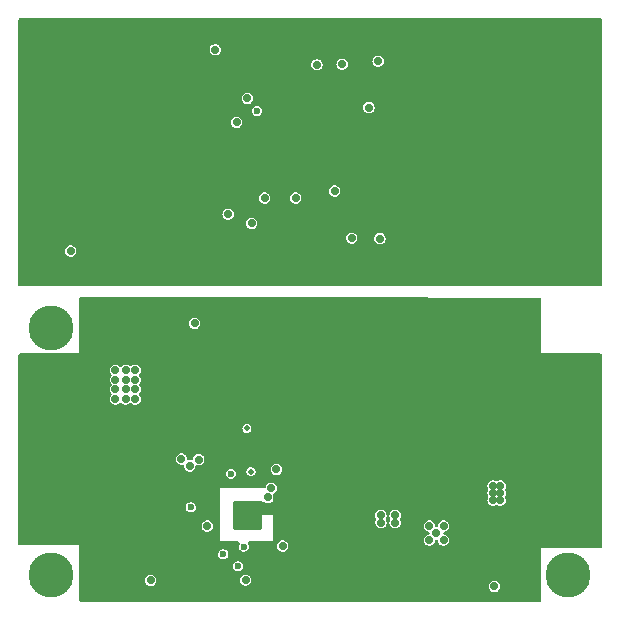
<source format=gbr>
%TF.GenerationSoftware,KiCad,Pcbnew,7.0.1*%
%TF.CreationDate,2024-01-20T12:23:47-08:00*%
%TF.ProjectId,CC1200 Dev Board,43433132-3030-4204-9465-7620426f6172,v1.0*%
%TF.SameCoordinates,PX450a6a0PY58363a0*%
%TF.FileFunction,Copper,L2,Inr*%
%TF.FilePolarity,Positive*%
%FSLAX46Y46*%
G04 Gerber Fmt 4.6, Leading zero omitted, Abs format (unit mm)*
G04 Created by KiCad (PCBNEW 7.0.1) date 2024-01-20 12:23:47*
%MOMM*%
%LPD*%
G01*
G04 APERTURE LIST*
%TA.AperFunction,WasherPad*%
%ADD10C,3.810000*%
%TD*%
%TA.AperFunction,ViaPad*%
%ADD11C,0.700000*%
%TD*%
%TA.AperFunction,ViaPad*%
%ADD12C,0.635000*%
%TD*%
%TA.AperFunction,ViaPad*%
%ADD13C,0.500000*%
%TD*%
%TA.AperFunction,ViaPad*%
%ADD14C,0.600000*%
%TD*%
G04 APERTURE END LIST*
D10*
%TO.N,*%
%TO.C,*%
X46870000Y2530000D03*
%TD*%
%TO.N,*%
%TO.C,*%
X3055000Y23485000D03*
%TD*%
%TO.N,*%
%TO.C,*%
X3055000Y2530000D03*
%TD*%
D11*
%TO.N,GND*%
X25400000Y13970000D03*
X30480000Y13970000D03*
X27940000Y13970000D03*
X29210000Y15240000D03*
X31750000Y15240000D03*
X31750000Y17780000D03*
X30480000Y16510000D03*
X30480000Y19050000D03*
X29210000Y17780000D03*
X27940000Y16510000D03*
X27940000Y19050000D03*
X26670000Y20320000D03*
X24130000Y20320000D03*
X34290000Y20320000D03*
X31750000Y20320000D03*
X29210000Y20320000D03*
D12*
X21500000Y17825000D03*
D11*
X22975000Y13675000D03*
X22125000Y13150000D03*
X21075000Y13150000D03*
D13*
%TO.N,Net-(U2-PH)*%
X19650000Y14975000D03*
D11*
%TO.N,GND*%
X36710000Y25390000D03*
X17660000Y19040000D03*
X43695000Y34280000D03*
X25210000Y33090000D03*
X12580000Y24120000D03*
X15120000Y31740000D03*
X48140000Y29200000D03*
X47479600Y46726000D03*
X3690000Y30470000D03*
X2420000Y11420000D03*
X9582800Y5882800D03*
X14104000Y43932000D03*
X40164400Y37378800D03*
X38792800Y47996000D03*
X2420000Y46980000D03*
X29090000Y25390000D03*
X32900000Y31740000D03*
X34170000Y22850000D03*
X18930000Y25390000D03*
X15700000Y4400000D03*
X4960000Y46980000D03*
X13850000Y25390000D03*
X32900000Y21580000D03*
X47733600Y42001600D03*
X45193600Y38140800D03*
X20200000Y24120000D03*
X22079600Y46573600D03*
X31630000Y22850000D03*
X25800000Y9800000D03*
X46870000Y38090000D03*
X4960000Y13960000D03*
X16400000Y2500000D03*
X8700000Y6700000D03*
X48140000Y36820000D03*
X30868000Y29860400D03*
X4720000Y40150000D03*
X40520000Y31740000D03*
X38792800Y41900000D03*
X27820000Y34280000D03*
X43060000Y3800000D03*
X2420000Y29200000D03*
X39250000Y15230000D03*
X44330000Y27930000D03*
X37980000Y29200000D03*
X21470000Y27930000D03*
X31503000Y44567000D03*
X7500000Y3800000D03*
X18218800Y46980000D03*
X26143600Y47488000D03*
X39250000Y19040000D03*
X21470000Y25390000D03*
X25280000Y31740000D03*
X16810000Y40410000D03*
X16840000Y39410000D03*
X10040000Y46980000D03*
X34170000Y45710000D03*
X15120000Y34280000D03*
X10040000Y1260000D03*
X16390000Y36185000D03*
X37980000Y31740000D03*
X25661000Y39106000D03*
X23375000Y40249000D03*
X16500000Y11500000D03*
D14*
X22384400Y6187600D03*
D11*
X37980000Y21580000D03*
X25280000Y21580000D03*
X25280000Y5070000D03*
X23248000Y8118000D03*
D14*
X10040000Y39360000D03*
D11*
X43060000Y29200000D03*
D14*
X10040000Y31740000D03*
D11*
X34170000Y10150000D03*
X10040000Y24120000D03*
X16390000Y30470000D03*
X32900000Y24120000D03*
X14200000Y4200000D03*
X39250000Y30470000D03*
X26410000Y33130000D03*
X9582800Y8340800D03*
X36710000Y30470000D03*
X36710000Y27930000D03*
X4720000Y35080000D03*
X24518000Y40249000D03*
D14*
X18900000Y6900000D03*
D11*
X6230000Y27930000D03*
X41840800Y48097600D03*
X36710000Y43170000D03*
X12580000Y3800000D03*
X2420000Y13960000D03*
X25800000Y11700000D03*
X15120000Y3800000D03*
X19641200Y1006000D03*
X8770000Y25390000D03*
X35440000Y29200000D03*
X41586800Y39309200D03*
X27820000Y1260000D03*
X34170000Y25390000D03*
X13850000Y48250000D03*
X21470000Y22850000D03*
X46870000Y27930000D03*
X31630000Y25390000D03*
X34170000Y30470000D03*
X7500000Y11420000D03*
X23375000Y41265000D03*
X35440000Y24120000D03*
X48952800Y6340000D03*
X25661000Y41265000D03*
X44330000Y30470000D03*
X2420000Y31740000D03*
X10497200Y6695600D03*
X46870000Y35550000D03*
X7500000Y46980000D03*
X43060000Y1260000D03*
X39250000Y33010000D03*
X3690000Y48250000D03*
X23730600Y33340200D03*
X25940400Y1564800D03*
X45600000Y29200000D03*
X36710000Y2530000D03*
X47733600Y39258400D03*
X41790000Y22850000D03*
X9582800Y7508400D03*
X37980000Y24120000D03*
X38792800Y46726000D03*
X40520000Y24120000D03*
X30360000Y21580000D03*
X8700000Y5900000D03*
X41790000Y30470000D03*
X48140000Y34280000D03*
D14*
X20400000Y8400000D03*
D11*
X14104000Y41392000D03*
X27159600Y47488000D03*
X46412800Y39258400D03*
X27820000Y2530000D03*
X36710000Y45710000D03*
X16400000Y900000D03*
X16390000Y17770000D03*
X16390000Y48250000D03*
X36710000Y48250000D03*
X4690000Y37600000D03*
X4960000Y11420000D03*
X44838000Y48148400D03*
X32900000Y29200000D03*
X25800000Y10700000D03*
D14*
X10040000Y34280000D03*
D11*
X32900000Y44440000D03*
X18930000Y48250000D03*
X25800000Y8900000D03*
X34170000Y33264000D03*
D14*
X10040000Y29200000D03*
D11*
X37800000Y1600000D03*
X34170000Y48250000D03*
X34170000Y43170000D03*
X34779600Y41493600D03*
X20200000Y19040000D03*
X47378000Y48097600D03*
X10497200Y5882800D03*
X21216000Y33340200D03*
X47479600Y45608400D03*
X39250000Y13960000D03*
X43060000Y31740000D03*
X16390000Y20310000D03*
X10040000Y3800000D03*
X40164400Y39309200D03*
X7500000Y1260000D03*
X20200000Y21580000D03*
X39250000Y11420000D03*
X2420000Y41900000D03*
X40520000Y48097600D03*
X25940400Y2377600D03*
X24518000Y46599000D03*
X7500000Y24120000D03*
X43060000Y21580000D03*
X43060000Y24120000D03*
X36075000Y38725000D03*
X35440000Y46980000D03*
X29267800Y2504600D03*
X10497200Y7508400D03*
X39250000Y16500000D03*
X19840000Y43870000D03*
X27820000Y21580000D03*
X14104000Y36312000D03*
X35440000Y2530000D03*
X38792800Y45456000D03*
X16390000Y25390000D03*
D14*
X10040000Y41900000D03*
D11*
X41790000Y27930000D03*
X45600000Y31740000D03*
X16700000Y3400000D03*
X23552800Y43474800D03*
X28429600Y29911200D03*
X36710000Y22850000D03*
X18930000Y27930000D03*
X35440000Y21580000D03*
X38792800Y40579200D03*
X36710000Y3800000D03*
X29090000Y3800000D03*
X24075000Y8118000D03*
X41790000Y25390000D03*
X11310000Y27930000D03*
X25940400Y750000D03*
D14*
X25000000Y8321200D03*
D11*
X47733600Y40680800D03*
X4720000Y45230000D03*
X31630000Y33264000D03*
X4770000Y32520000D03*
X39250000Y27930000D03*
X13850000Y31232000D03*
X14104000Y33772000D03*
X11310000Y25390000D03*
X3690000Y27930000D03*
X35440000Y44440000D03*
X30080000Y43280000D03*
X24010000Y25390000D03*
X38792800Y39309200D03*
X16500000Y12300000D03*
X4770000Y42680000D03*
X40520000Y21580000D03*
X24010000Y30470000D03*
X12580000Y46980000D03*
X15120000Y29200000D03*
X39250000Y20310000D03*
X29090000Y27930000D03*
X39250000Y12690000D03*
X17660000Y44440000D03*
X41637600Y37734400D03*
X35440000Y31740000D03*
X2420000Y34280000D03*
X35440000Y3800000D03*
D14*
X20400000Y6900000D03*
D11*
X36964000Y33010000D03*
X31630000Y27930000D03*
X24010000Y27930000D03*
X24518000Y39106000D03*
X26270000Y28300000D03*
X46870000Y30470000D03*
X30207600Y47792800D03*
X2420000Y44440000D03*
X34170000Y8880000D03*
X25661000Y40249000D03*
X15120000Y46980000D03*
X6230000Y48250000D03*
X7500000Y13960000D03*
X45193600Y39258400D03*
X8700000Y8321200D03*
X8700000Y7500000D03*
X39250000Y22850000D03*
X13850000Y27930000D03*
X41485200Y33975200D03*
X48140000Y31740000D03*
X2420000Y36820000D03*
X46057200Y36667600D03*
X45600000Y34280000D03*
X48952800Y8930800D03*
X24518000Y41265000D03*
X11310000Y48250000D03*
X44330000Y33010000D03*
X14358000Y38852000D03*
X24400000Y5000000D03*
X9582800Y6695600D03*
X11310000Y5070000D03*
X22740000Y24120000D03*
X36710000Y40630000D03*
X46870000Y33010000D03*
X38742000Y37429600D03*
D14*
X10040000Y36820000D03*
X22790800Y1514000D03*
D11*
X22740000Y21580000D03*
X16390000Y27930000D03*
X15120000Y36820000D03*
D14*
X19700000Y7700000D03*
D11*
X8770000Y27930000D03*
X37980000Y34280000D03*
X8770000Y48250000D03*
X14500000Y900000D03*
X23375000Y39106000D03*
X34830400Y37886800D03*
X2420000Y39360000D03*
X46006400Y48148400D03*
D14*
X10040000Y44440000D03*
D11*
X30360000Y24120000D03*
X36329000Y1031400D03*
D14*
X23222600Y6213000D03*
D11*
X18930000Y17770000D03*
X29140800Y47792800D03*
X18930000Y22850000D03*
X32900000Y46980000D03*
X39250000Y25390000D03*
X14500000Y2500000D03*
X18930000Y20310000D03*
X39250000Y17770000D03*
X27820000Y24120000D03*
X17660000Y21580000D03*
X22425000Y8118000D03*
X24010000Y48250000D03*
X10497200Y8321200D03*
X29090000Y22850000D03*
D14*
X18900000Y8400000D03*
D11*
X28124800Y48707200D03*
X40520000Y29200000D03*
X34170000Y27930000D03*
%TO.N,+3.3V*%
X18777600Y40884000D03*
X25584800Y45760800D03*
X27090000Y35080000D03*
X4740000Y29990000D03*
X27718400Y45811600D03*
X29980000Y42140000D03*
X20050000Y32320000D03*
X21160000Y34470000D03*
X30918800Y31040000D03*
X19692000Y42916000D03*
X16970000Y47030800D03*
X30766400Y46065600D03*
X23790000Y34480000D03*
X28531200Y31080000D03*
%TO.N,BAT_OUT_R*%
X36300000Y5500000D03*
X35700000Y6100000D03*
X40600000Y1600000D03*
X32200000Y7600000D03*
X32200000Y7000000D03*
X31000000Y7600000D03*
X36300000Y6700000D03*
X31000000Y7000000D03*
X35100000Y6700000D03*
X35100000Y5500000D03*
%TO.N,VFB*%
X22689200Y5019200D03*
%TO.N,VIN_D*%
X15577200Y12334400D03*
X19539600Y2123600D03*
X14815200Y11800000D03*
X14104000Y12385200D03*
X11500000Y2100000D03*
D14*
%TO.N,Net-(U2-BTST)*%
X18295000Y11140600D03*
D11*
X22155800Y11496200D03*
D13*
%TO.N,Net-(U2-PH)*%
X20000000Y11300000D03*
D11*
%TO.N,Net-(U2-REGN)*%
X21700000Y9910000D03*
X21420000Y9130000D03*
D14*
%TO.N,Net-(D2-K)*%
X18900000Y3300000D03*
X19387200Y4968400D03*
D11*
%TO.N,VIN*%
X9400000Y19903600D03*
X10192400Y17465200D03*
X8516000Y17465200D03*
X8516000Y19090800D03*
X10192400Y19903600D03*
X9379600Y17465200D03*
X9400000Y18278000D03*
X8516000Y18278000D03*
X10192400Y19090800D03*
X9400000Y19090800D03*
X10192400Y18278000D03*
X8516000Y19903600D03*
%TO.N,BAT_OUT*%
X40500000Y8900000D03*
X40500000Y9500000D03*
X41100000Y10100000D03*
X41100000Y8900000D03*
X41100000Y9500000D03*
X40500000Y10100000D03*
D14*
%TO.N,BAT_TEMP*%
X17660000Y4308000D03*
D11*
X16300000Y6700000D03*
D14*
%TO.N,/RESET*%
X20504800Y41849200D03*
D11*
X18070000Y33110000D03*
%TO.N,MPPTSET_RST*%
X15221600Y23866000D03*
D14*
X14900000Y8300000D03*
%TD*%
%TA.AperFunction,Conductor*%
%TO.N,GND*%
G36*
X25646197Y26061843D02*
G01*
X44460319Y26013596D01*
X44522183Y25996877D01*
X44567440Y25951504D01*
X44584000Y25889596D01*
X44584000Y21326000D01*
X49575780Y21326000D01*
X49637780Y21309387D01*
X49683167Y21264000D01*
X49699780Y21202000D01*
X49699780Y4940000D01*
X49683167Y4878000D01*
X49637780Y4832613D01*
X49575780Y4816000D01*
X44584000Y4816000D01*
X44584000Y424220D01*
X44567387Y362220D01*
X44522000Y316833D01*
X44460000Y300220D01*
X5592000Y300220D01*
X5530000Y316833D01*
X5484613Y362220D01*
X5468000Y424220D01*
X5468000Y1600000D01*
X40117590Y1600000D01*
X40137130Y1464089D01*
X40194170Y1339191D01*
X40194171Y1339189D01*
X40232202Y1295299D01*
X40284088Y1235419D01*
X40341844Y1198302D01*
X40399600Y1161184D01*
X40531346Y1122500D01*
X40668654Y1122500D01*
X40800400Y1161184D01*
X40915911Y1235419D01*
X41005829Y1339189D01*
X41062869Y1464089D01*
X41082410Y1600000D01*
X41062869Y1735911D01*
X41005829Y1860811D01*
X40960870Y1912696D01*
X40915911Y1964582D01*
X40800398Y2038817D01*
X40668654Y2077500D01*
X40531346Y2077500D01*
X40399601Y2038817D01*
X40284088Y1964582D01*
X40194170Y1860810D01*
X40137130Y1735912D01*
X40117590Y1600000D01*
X5468000Y1600000D01*
X5468000Y2100000D01*
X11017590Y2100000D01*
X11037130Y1964089D01*
X11084297Y1860810D01*
X11094171Y1839189D01*
X11132202Y1795299D01*
X11184088Y1735419D01*
X11241844Y1698302D01*
X11299600Y1661184D01*
X11431346Y1622500D01*
X11568654Y1622500D01*
X11700400Y1661184D01*
X11815911Y1735419D01*
X11905829Y1839189D01*
X11962869Y1964089D01*
X11982410Y2100000D01*
X11979017Y2123600D01*
X19057190Y2123600D01*
X19076730Y1987689D01*
X19133770Y1862791D01*
X19133771Y1862789D01*
X19154219Y1839191D01*
X19223688Y1759019D01*
X19259644Y1735912D01*
X19339200Y1684784D01*
X19470946Y1646100D01*
X19608254Y1646100D01*
X19740000Y1684784D01*
X19855511Y1759019D01*
X19945429Y1862789D01*
X20002469Y1987689D01*
X20022010Y2123600D01*
X20002469Y2259511D01*
X19945429Y2384411D01*
X19875960Y2464582D01*
X19855511Y2488182D01*
X19739998Y2562417D01*
X19608254Y2601100D01*
X19470946Y2601100D01*
X19339201Y2562417D01*
X19223688Y2488182D01*
X19133770Y2384410D01*
X19076730Y2259512D01*
X19057190Y2123600D01*
X11979017Y2123600D01*
X11962869Y2235911D01*
X11952091Y2259511D01*
X11905829Y2360810D01*
X11905829Y2360811D01*
X11860869Y2412697D01*
X11815911Y2464582D01*
X11700398Y2538817D01*
X11568654Y2577500D01*
X11431346Y2577500D01*
X11299601Y2538817D01*
X11184088Y2464582D01*
X11094170Y2360810D01*
X11037130Y2235912D01*
X11017590Y2100000D01*
X5468000Y2100000D01*
X5468000Y3300001D01*
X18468104Y3300001D01*
X18485599Y3178319D01*
X18536664Y3066501D01*
X18536666Y3066499D01*
X18617168Y2973595D01*
X18720584Y2907134D01*
X18838535Y2872500D01*
X18961465Y2872500D01*
X19079416Y2907134D01*
X19182832Y2973595D01*
X19263334Y3066499D01*
X19314401Y3178321D01*
X19331896Y3300000D01*
X19314401Y3421679D01*
X19314400Y3421682D01*
X19263335Y3533500D01*
X19182832Y3626405D01*
X19079414Y3692867D01*
X18961465Y3727500D01*
X18838535Y3727500D01*
X18720585Y3692867D01*
X18617167Y3626405D01*
X18536664Y3533500D01*
X18485599Y3421682D01*
X18468104Y3300001D01*
X5468000Y3300001D01*
X5468000Y4308001D01*
X17228104Y4308001D01*
X17245599Y4186319D01*
X17296664Y4074501D01*
X17296666Y4074499D01*
X17377168Y3981595D01*
X17480584Y3915134D01*
X17598535Y3880500D01*
X17721465Y3880500D01*
X17839416Y3915134D01*
X17942832Y3981595D01*
X18023334Y4074499D01*
X18074401Y4186321D01*
X18091896Y4308000D01*
X18074401Y4429679D01*
X18074400Y4429682D01*
X18023335Y4541500D01*
X17942832Y4634405D01*
X17839414Y4700867D01*
X17721465Y4735500D01*
X17598535Y4735500D01*
X17480585Y4700867D01*
X17377167Y4634405D01*
X17296664Y4541500D01*
X17245599Y4429682D01*
X17228104Y4308001D01*
X5468000Y4308001D01*
X5468000Y5070000D01*
X424220Y5070000D01*
X362220Y5086613D01*
X316833Y5132000D01*
X300220Y5194000D01*
X300220Y5400000D01*
X17400000Y5400000D01*
X18923998Y5400000D01*
X18978710Y5387277D01*
X19022195Y5351719D01*
X19045529Y5300623D01*
X19043923Y5244474D01*
X19030259Y5218582D01*
X19031272Y5218119D01*
X18972799Y5090082D01*
X18955304Y4968400D01*
X18972799Y4846719D01*
X19023864Y4734901D01*
X19023866Y4734899D01*
X19104368Y4641995D01*
X19207784Y4575534D01*
X19325735Y4540900D01*
X19448665Y4540900D01*
X19566616Y4575534D01*
X19670032Y4641995D01*
X19750534Y4734899D01*
X19750809Y4735500D01*
X19801600Y4846719D01*
X19801599Y4846719D01*
X19801601Y4846721D01*
X19819096Y4968400D01*
X19811792Y5019200D01*
X22206790Y5019200D01*
X22226330Y4883289D01*
X22283370Y4758391D01*
X22283371Y4758389D01*
X22321403Y4714499D01*
X22373288Y4654619D01*
X22392932Y4641995D01*
X22488800Y4580384D01*
X22620546Y4541700D01*
X22757854Y4541700D01*
X22889600Y4580384D01*
X23005111Y4654619D01*
X23095029Y4758389D01*
X23152069Y4883289D01*
X23171610Y5019200D01*
X23152069Y5155111D01*
X23095029Y5280011D01*
X23024621Y5361266D01*
X23005111Y5383782D01*
X22889598Y5458017D01*
X22757854Y5496700D01*
X22620546Y5496700D01*
X22488801Y5458017D01*
X22373288Y5383782D01*
X22283370Y5280010D01*
X22226330Y5155112D01*
X22206790Y5019200D01*
X19811792Y5019200D01*
X19801601Y5090079D01*
X19801600Y5090082D01*
X19743128Y5218119D01*
X19744140Y5218582D01*
X19730477Y5244474D01*
X19728871Y5300623D01*
X19752205Y5351719D01*
X19795690Y5387277D01*
X19850402Y5400000D01*
X21900000Y5400000D01*
X21900000Y5500000D01*
X34617590Y5500000D01*
X34620046Y5482917D01*
X34637130Y5364089D01*
X34691757Y5244474D01*
X34694171Y5239189D01*
X34726482Y5201901D01*
X34784088Y5135419D01*
X34841844Y5098302D01*
X34899600Y5061184D01*
X35031346Y5022500D01*
X35168654Y5022500D01*
X35300400Y5061184D01*
X35415911Y5135419D01*
X35505829Y5239189D01*
X35562869Y5364089D01*
X35577262Y5464197D01*
X35598992Y5518476D01*
X35643180Y5556765D01*
X35700000Y5570549D01*
X35756820Y5556765D01*
X35801008Y5518476D01*
X35822738Y5464196D01*
X35837130Y5364089D01*
X35891757Y5244474D01*
X35894171Y5239189D01*
X35926482Y5201901D01*
X35984088Y5135419D01*
X36041844Y5098302D01*
X36099600Y5061184D01*
X36231346Y5022500D01*
X36368654Y5022500D01*
X36500400Y5061184D01*
X36615911Y5135419D01*
X36705829Y5239189D01*
X36762869Y5364089D01*
X36782410Y5500000D01*
X36762869Y5635911D01*
X36759337Y5643644D01*
X36705829Y5760810D01*
X36705829Y5760811D01*
X36660869Y5812697D01*
X36615911Y5864582D01*
X36500398Y5938817D01*
X36356655Y5981024D01*
X36302665Y6013581D01*
X36271664Y6068479D01*
X36271664Y6131525D01*
X36302666Y6186422D01*
X36356656Y6218978D01*
X36368651Y6222500D01*
X36368654Y6222500D01*
X36500400Y6261184D01*
X36615911Y6335419D01*
X36705829Y6439189D01*
X36762869Y6564089D01*
X36782410Y6700000D01*
X36762869Y6835911D01*
X36705829Y6960811D01*
X36640846Y7035805D01*
X36615911Y7064582D01*
X36504920Y7135911D01*
X36500400Y7138816D01*
X36500399Y7138817D01*
X36500398Y7138817D01*
X36368654Y7177500D01*
X36231346Y7177500D01*
X36099601Y7138817D01*
X35984088Y7064582D01*
X35894170Y6960810D01*
X35837130Y6835912D01*
X35822738Y6735805D01*
X35801008Y6681525D01*
X35756820Y6643236D01*
X35700000Y6629452D01*
X35643180Y6643236D01*
X35598992Y6681525D01*
X35577262Y6735805D01*
X35562869Y6835912D01*
X35505829Y6960810D01*
X35505829Y6960811D01*
X35440846Y7035805D01*
X35415911Y7064582D01*
X35304920Y7135911D01*
X35300400Y7138816D01*
X35300399Y7138817D01*
X35300398Y7138817D01*
X35168654Y7177500D01*
X35031346Y7177500D01*
X34899601Y7138817D01*
X34784088Y7064582D01*
X34694170Y6960810D01*
X34637130Y6835912D01*
X34617590Y6700001D01*
X34637130Y6564089D01*
X34694170Y6439191D01*
X34694171Y6439189D01*
X34728129Y6400000D01*
X34784088Y6335419D01*
X34841844Y6298302D01*
X34899600Y6261184D01*
X35031346Y6222500D01*
X35031348Y6222500D01*
X35043343Y6218978D01*
X35097333Y6186422D01*
X35128335Y6131525D01*
X35128335Y6068479D01*
X35097334Y6013581D01*
X35043345Y5981024D01*
X34899600Y5938816D01*
X34784088Y5864582D01*
X34694170Y5760810D01*
X34637130Y5635912D01*
X34620246Y5518476D01*
X34617590Y5500000D01*
X21900000Y5500000D01*
X21900000Y7000000D01*
X30517590Y7000000D01*
X30537130Y6864089D01*
X30549999Y6835911D01*
X30594171Y6739189D01*
X30628128Y6700001D01*
X30684088Y6635419D01*
X30741844Y6598302D01*
X30799600Y6561184D01*
X30931346Y6522500D01*
X31068654Y6522500D01*
X31200400Y6561184D01*
X31315911Y6635419D01*
X31405829Y6739189D01*
X31462869Y6864089D01*
X31477262Y6964197D01*
X31491595Y7000001D01*
X31708404Y7000001D01*
X31722738Y6964196D01*
X31737130Y6864089D01*
X31749999Y6835911D01*
X31794171Y6739189D01*
X31828128Y6700001D01*
X31884088Y6635419D01*
X31941844Y6598302D01*
X31999600Y6561184D01*
X32131346Y6522500D01*
X32268654Y6522500D01*
X32400400Y6561184D01*
X32515911Y6635419D01*
X32605829Y6739189D01*
X32662869Y6864089D01*
X32682410Y7000000D01*
X32662869Y7135911D01*
X32661542Y7138816D01*
X32630860Y7206000D01*
X32611455Y7248491D01*
X32600250Y7300001D01*
X32611454Y7351508D01*
X32662869Y7464089D01*
X32682410Y7600000D01*
X32662869Y7735911D01*
X32605829Y7860811D01*
X32560870Y7912696D01*
X32515911Y7964582D01*
X32400398Y8038817D01*
X32268654Y8077500D01*
X32131346Y8077500D01*
X31999601Y8038817D01*
X31884088Y7964582D01*
X31794170Y7860810D01*
X31737130Y7735912D01*
X31722738Y7635805D01*
X31708404Y7600001D01*
X31722738Y7564196D01*
X31737130Y7464089D01*
X31788543Y7351512D01*
X31799749Y7300000D01*
X31788543Y7248488D01*
X31737130Y7135912D01*
X31722738Y7035805D01*
X31708404Y7000001D01*
X31491595Y7000001D01*
X31477262Y7035805D01*
X31462869Y7135912D01*
X31430860Y7206000D01*
X31411455Y7248491D01*
X31400250Y7300001D01*
X31411454Y7351508D01*
X31462869Y7464089D01*
X31477262Y7564197D01*
X31491595Y7600001D01*
X31477262Y7635805D01*
X31462869Y7735912D01*
X31405829Y7860810D01*
X31405829Y7860811D01*
X31360870Y7912696D01*
X31315911Y7964582D01*
X31200398Y8038817D01*
X31068654Y8077500D01*
X30931346Y8077500D01*
X30799601Y8038817D01*
X30684088Y7964582D01*
X30594170Y7860810D01*
X30537130Y7735912D01*
X30517590Y7600000D01*
X30537130Y7464089D01*
X30588543Y7351512D01*
X30599749Y7300000D01*
X30588543Y7248488D01*
X30537130Y7135912D01*
X30517590Y7000000D01*
X21900000Y7000000D01*
X21900000Y7600000D01*
X20900000Y7600000D01*
X20900000Y6524000D01*
X20883387Y6462000D01*
X20838000Y6416613D01*
X20776000Y6400000D01*
X18624000Y6400000D01*
X18562000Y6416613D01*
X18516613Y6462000D01*
X18500000Y6524000D01*
X18500000Y8676000D01*
X18516613Y8738000D01*
X18562000Y8783387D01*
X18624000Y8800000D01*
X20770728Y8800000D01*
X20826181Y8786910D01*
X21000000Y8700000D01*
X21171748Y8700000D01*
X21206683Y8694977D01*
X21219599Y8691185D01*
X21219600Y8691184D01*
X21351346Y8652500D01*
X21488654Y8652500D01*
X21620400Y8691184D01*
X21620400Y8691185D01*
X21633317Y8694977D01*
X21668252Y8700000D01*
X21900000Y8700000D01*
X21900000Y8900000D01*
X40017590Y8900000D01*
X40037130Y8764089D01*
X40077360Y8676000D01*
X40094171Y8639189D01*
X40132203Y8595299D01*
X40184088Y8535419D01*
X40199999Y8525194D01*
X40299600Y8461184D01*
X40431346Y8422500D01*
X40568654Y8422500D01*
X40700400Y8461184D01*
X40732961Y8482111D01*
X40776532Y8499554D01*
X40823468Y8499554D01*
X40867038Y8482111D01*
X40899600Y8461184D01*
X41031346Y8422500D01*
X41168654Y8422500D01*
X41300400Y8461184D01*
X41415911Y8535419D01*
X41505829Y8639189D01*
X41562869Y8764089D01*
X41582410Y8900000D01*
X41562869Y9035911D01*
X41531605Y9104369D01*
X41511457Y9148488D01*
X41500251Y9200000D01*
X41511457Y9251512D01*
X41562869Y9364089D01*
X41568495Y9403218D01*
X41582410Y9500000D01*
X41562869Y9635911D01*
X41556805Y9649189D01*
X41511457Y9748488D01*
X41500251Y9800000D01*
X41511457Y9851512D01*
X41562869Y9964089D01*
X41562868Y9964089D01*
X41582410Y10100000D01*
X41562869Y10235911D01*
X41505829Y10360811D01*
X41460870Y10412696D01*
X41415911Y10464582D01*
X41300398Y10538817D01*
X41168654Y10577500D01*
X41031346Y10577500D01*
X40899598Y10538816D01*
X40867037Y10517890D01*
X40799998Y10498206D01*
X40732960Y10517891D01*
X40700400Y10538816D01*
X40568654Y10577500D01*
X40431346Y10577500D01*
X40299601Y10538817D01*
X40184088Y10464582D01*
X40094170Y10360810D01*
X40037130Y10235912D01*
X40017590Y10100001D01*
X40037131Y9964087D01*
X40088542Y9851512D01*
X40099748Y9800001D01*
X40088543Y9748490D01*
X40037130Y9635911D01*
X40017590Y9500000D01*
X40037131Y9364087D01*
X40088542Y9251512D01*
X40099748Y9200001D01*
X40088543Y9148490D01*
X40037130Y9035911D01*
X40017590Y8900000D01*
X21900000Y8900000D01*
X21900000Y9104369D01*
X21901262Y9122015D01*
X21902410Y9130000D01*
X21901262Y9137985D01*
X21900000Y9155631D01*
X21900000Y9403218D01*
X21915168Y9462645D01*
X21956961Y9507534D01*
X22015911Y9545419D01*
X22015911Y9545420D01*
X22105829Y9649189D01*
X22162869Y9774089D01*
X22182410Y9910000D01*
X22162869Y10045911D01*
X22105829Y10170811D01*
X22049418Y10235912D01*
X22015911Y10274582D01*
X21900398Y10348817D01*
X21768654Y10387500D01*
X21631346Y10387500D01*
X21499601Y10348817D01*
X21384088Y10274582D01*
X21294170Y10170810D01*
X21237130Y10045912D01*
X21231443Y10006353D01*
X21209712Y9952073D01*
X21165525Y9913784D01*
X21108705Y9900000D01*
X17400000Y9900000D01*
X17400000Y5400000D01*
X300220Y5400000D01*
X300220Y6700001D01*
X15817590Y6700001D01*
X15837130Y6564089D01*
X15894170Y6439191D01*
X15894171Y6439189D01*
X15928129Y6400000D01*
X15984088Y6335419D01*
X16041844Y6298302D01*
X16099600Y6261184D01*
X16231346Y6222500D01*
X16368654Y6222500D01*
X16500400Y6261184D01*
X16615911Y6335419D01*
X16705829Y6439189D01*
X16762869Y6564089D01*
X16782410Y6700000D01*
X16762869Y6835911D01*
X16705829Y6960811D01*
X16640846Y7035805D01*
X16615911Y7064582D01*
X16504920Y7135911D01*
X16500400Y7138816D01*
X16500399Y7138817D01*
X16500398Y7138817D01*
X16368654Y7177500D01*
X16231346Y7177500D01*
X16099601Y7138817D01*
X15984088Y7064582D01*
X15894170Y6960810D01*
X15837130Y6835912D01*
X15817590Y6700001D01*
X300220Y6700001D01*
X300220Y8300000D01*
X14468104Y8300000D01*
X14485599Y8178319D01*
X14536664Y8066501D01*
X14617167Y7973596D01*
X14617168Y7973595D01*
X14720584Y7907134D01*
X14838535Y7872500D01*
X14961465Y7872500D01*
X15079416Y7907134D01*
X15182832Y7973595D01*
X15263334Y8066499D01*
X15314401Y8178321D01*
X15331896Y8300000D01*
X15314401Y8421679D01*
X15267128Y8525194D01*
X15263335Y8533500D01*
X15182832Y8626405D01*
X15079416Y8692866D01*
X15079415Y8692867D01*
X15079414Y8692867D01*
X14961465Y8727500D01*
X14838535Y8727500D01*
X14720585Y8692867D01*
X14617167Y8626405D01*
X14536664Y8533500D01*
X14485599Y8421682D01*
X14468104Y8300000D01*
X300220Y8300000D01*
X300220Y11140600D01*
X17863104Y11140600D01*
X17880599Y11018919D01*
X17931664Y10907101D01*
X17931666Y10907099D01*
X18012168Y10814195D01*
X18115584Y10747734D01*
X18233535Y10713100D01*
X18356465Y10713100D01*
X18474416Y10747734D01*
X18577832Y10814195D01*
X18658334Y10907099D01*
X18709401Y11018921D01*
X18726896Y11140600D01*
X18709401Y11262279D01*
X18692175Y11300000D01*
X19617793Y11300000D01*
X19636499Y11181893D01*
X19690789Y11075345D01*
X19775345Y10990789D01*
X19881892Y10936500D01*
X20000000Y10917794D01*
X20118108Y10936500D01*
X20224655Y10990789D01*
X20309211Y11075345D01*
X20363500Y11181892D01*
X20382206Y11300000D01*
X20363500Y11418108D01*
X20323709Y11496201D01*
X21673390Y11496201D01*
X21692930Y11360289D01*
X21749970Y11235391D01*
X21749971Y11235389D01*
X21788002Y11191499D01*
X21839888Y11131619D01*
X21897644Y11094502D01*
X21955400Y11057384D01*
X22087146Y11018700D01*
X22224454Y11018700D01*
X22356200Y11057384D01*
X22471711Y11131619D01*
X22561629Y11235389D01*
X22618669Y11360289D01*
X22638210Y11496200D01*
X22618669Y11632111D01*
X22561629Y11757011D01*
X22505516Y11821768D01*
X22471711Y11860782D01*
X22356198Y11935017D01*
X22224454Y11973700D01*
X22087146Y11973700D01*
X21955401Y11935017D01*
X21839888Y11860782D01*
X21749970Y11757010D01*
X21692930Y11632112D01*
X21673390Y11496201D01*
X20323709Y11496201D01*
X20309211Y11524655D01*
X20224655Y11609211D01*
X20179710Y11632112D01*
X20118107Y11663501D01*
X20000000Y11682207D01*
X19881892Y11663501D01*
X19775344Y11609211D01*
X19690789Y11524656D01*
X19636499Y11418108D01*
X19617793Y11300000D01*
X18692175Y11300000D01*
X18658335Y11374100D01*
X18577832Y11467005D01*
X18488126Y11524655D01*
X18474416Y11533466D01*
X18474415Y11533467D01*
X18474414Y11533467D01*
X18356465Y11568100D01*
X18233535Y11568100D01*
X18115585Y11533467D01*
X18012167Y11467005D01*
X17931664Y11374100D01*
X17880599Y11262282D01*
X17863104Y11140600D01*
X300220Y11140600D01*
X300220Y12385201D01*
X13621590Y12385201D01*
X13641130Y12249289D01*
X13679278Y12165759D01*
X13698171Y12124389D01*
X13736203Y12080499D01*
X13788088Y12020619D01*
X13828987Y11994335D01*
X13903600Y11946384D01*
X14035346Y11907700D01*
X14172652Y11907700D01*
X14172654Y11907700D01*
X14174139Y11908137D01*
X14226719Y11911897D01*
X14276112Y11893475D01*
X14313388Y11856199D01*
X14331811Y11806806D01*
X14352330Y11664089D01*
X14409370Y11539191D01*
X14409371Y11539189D01*
X14421965Y11524655D01*
X14499288Y11435419D01*
X14526225Y11418108D01*
X14614800Y11361184D01*
X14746546Y11322500D01*
X14883854Y11322500D01*
X15015600Y11361184D01*
X15131111Y11435419D01*
X15221029Y11539189D01*
X15278069Y11664089D01*
X15293638Y11772376D01*
X15312060Y11821768D01*
X15349336Y11859044D01*
X15398729Y11877467D01*
X15451309Y11873707D01*
X15508546Y11856900D01*
X15645854Y11856900D01*
X15777600Y11895584D01*
X15893111Y11969819D01*
X15983029Y12073589D01*
X16040069Y12198489D01*
X16059610Y12334400D01*
X16040069Y12470311D01*
X15983029Y12595211D01*
X15938070Y12647096D01*
X15893111Y12698982D01*
X15777598Y12773217D01*
X15645854Y12811900D01*
X15508546Y12811900D01*
X15376801Y12773217D01*
X15261288Y12698982D01*
X15171370Y12595210D01*
X15114330Y12470312D01*
X15098761Y12362024D01*
X15069736Y12298469D01*
X15010958Y12260695D01*
X14941089Y12260695D01*
X14883855Y12277500D01*
X14883854Y12277500D01*
X14746546Y12277500D01*
X14746545Y12277500D01*
X14745060Y12277064D01*
X14692478Y12273303D01*
X14643086Y12291726D01*
X14605810Y12329002D01*
X14587388Y12378395D01*
X14586409Y12385201D01*
X14566869Y12521111D01*
X14509829Y12646011D01*
X14463929Y12698982D01*
X14419911Y12749782D01*
X14304398Y12824017D01*
X14172654Y12862700D01*
X14035346Y12862700D01*
X13903601Y12824017D01*
X13788088Y12749782D01*
X13698170Y12646010D01*
X13641130Y12521112D01*
X13621590Y12385201D01*
X300220Y12385201D01*
X300220Y14975001D01*
X19267793Y14975001D01*
X19286499Y14856893D01*
X19286500Y14856892D01*
X19340789Y14750345D01*
X19425345Y14665789D01*
X19531892Y14611500D01*
X19650000Y14592794D01*
X19768108Y14611500D01*
X19874655Y14665789D01*
X19959211Y14750345D01*
X20013500Y14856892D01*
X20032206Y14975000D01*
X20013500Y15093108D01*
X19959211Y15199655D01*
X19874655Y15284211D01*
X19874654Y15284212D01*
X19768107Y15338501D01*
X19650000Y15357207D01*
X19531892Y15338501D01*
X19425344Y15284211D01*
X19340789Y15199656D01*
X19286499Y15093108D01*
X19267793Y14975001D01*
X300220Y14975001D01*
X300220Y17465200D01*
X8033590Y17465200D01*
X8053130Y17329289D01*
X8109600Y17205640D01*
X8110171Y17204389D01*
X8140828Y17169009D01*
X8200088Y17100619D01*
X8257844Y17063502D01*
X8315600Y17026384D01*
X8447346Y16987700D01*
X8584654Y16987700D01*
X8716400Y17026384D01*
X8831911Y17100619D01*
X8854088Y17126213D01*
X8896288Y17157803D01*
X8947800Y17169009D01*
X8999312Y17157803D01*
X9041511Y17126213D01*
X9063689Y17100619D01*
X9179200Y17026384D01*
X9310946Y16987700D01*
X9448254Y16987700D01*
X9580000Y17026384D01*
X9695511Y17100619D01*
X9695512Y17100622D01*
X9707852Y17108551D01*
X9734488Y17128489D01*
X9786000Y17139695D01*
X9837512Y17128489D01*
X9864147Y17108551D01*
X9876488Y17100620D01*
X9876489Y17100619D01*
X9992000Y17026384D01*
X10123746Y16987700D01*
X10261054Y16987700D01*
X10392800Y17026384D01*
X10508311Y17100619D01*
X10598229Y17204389D01*
X10655269Y17329289D01*
X10674810Y17465200D01*
X10655269Y17601111D01*
X10598229Y17726011D01*
X10598228Y17726012D01*
X10598228Y17726013D01*
X10542438Y17790397D01*
X10515645Y17842366D01*
X10515645Y17900834D01*
X10542438Y17952803D01*
X10598228Y18017188D01*
X10598227Y18017188D01*
X10598229Y18017189D01*
X10655269Y18142089D01*
X10674810Y18278000D01*
X10655269Y18413911D01*
X10598229Y18538811D01*
X10598228Y18538812D01*
X10598228Y18538813D01*
X10542438Y18603197D01*
X10515645Y18655166D01*
X10515645Y18713634D01*
X10542438Y18765603D01*
X10598228Y18829988D01*
X10598227Y18829988D01*
X10598229Y18829989D01*
X10655269Y18954889D01*
X10674810Y19090800D01*
X10655269Y19226711D01*
X10598229Y19351611D01*
X10598228Y19351612D01*
X10598228Y19351613D01*
X10542438Y19415997D01*
X10515645Y19467966D01*
X10515645Y19526434D01*
X10542438Y19578403D01*
X10598228Y19642788D01*
X10598227Y19642788D01*
X10598229Y19642789D01*
X10655269Y19767689D01*
X10674810Y19903600D01*
X10655269Y20039511D01*
X10598229Y20164411D01*
X10532746Y20239982D01*
X10508311Y20268182D01*
X10392798Y20342417D01*
X10261054Y20381100D01*
X10123746Y20381100D01*
X9992001Y20342417D01*
X9863239Y20259666D01*
X9796200Y20239982D01*
X9729161Y20259666D01*
X9600398Y20342417D01*
X9468654Y20381100D01*
X9331346Y20381100D01*
X9199601Y20342417D01*
X9084088Y20268181D01*
X9051713Y20230818D01*
X8992935Y20193044D01*
X8923065Y20193044D01*
X8864287Y20230818D01*
X8831911Y20268181D01*
X8716398Y20342417D01*
X8584654Y20381100D01*
X8447346Y20381100D01*
X8315601Y20342417D01*
X8200088Y20268182D01*
X8110170Y20164410D01*
X8053130Y20039512D01*
X8033590Y19903601D01*
X8053130Y19767689D01*
X8110170Y19642790D01*
X8165962Y19578403D01*
X8192754Y19526434D01*
X8192754Y19467966D01*
X8165962Y19415997D01*
X8110170Y19351611D01*
X8053130Y19226712D01*
X8033590Y19090800D01*
X8053130Y18954889D01*
X8110170Y18829990D01*
X8165962Y18765603D01*
X8192754Y18713634D01*
X8192754Y18655166D01*
X8165962Y18603197D01*
X8110170Y18538811D01*
X8053130Y18413912D01*
X8033590Y18278001D01*
X8053130Y18142089D01*
X8110170Y18017190D01*
X8165962Y17952803D01*
X8192754Y17900834D01*
X8192754Y17842366D01*
X8165962Y17790397D01*
X8110170Y17726011D01*
X8053130Y17601112D01*
X8033590Y17465200D01*
X300220Y17465200D01*
X300220Y21202000D01*
X316833Y21264000D01*
X362220Y21309387D01*
X424220Y21326000D01*
X5468000Y21326000D01*
X5468000Y23866000D01*
X14739190Y23866000D01*
X14758730Y23730089D01*
X14815770Y23605191D01*
X14815771Y23605189D01*
X14853802Y23561299D01*
X14905688Y23501419D01*
X14963444Y23464302D01*
X15021200Y23427184D01*
X15152946Y23388500D01*
X15290254Y23388500D01*
X15422000Y23427184D01*
X15537511Y23501419D01*
X15627429Y23605189D01*
X15684469Y23730089D01*
X15704010Y23866000D01*
X15684469Y24001911D01*
X15627429Y24126811D01*
X15582470Y24178696D01*
X15537511Y24230582D01*
X15421998Y24304817D01*
X15290254Y24343500D01*
X15152946Y24343500D01*
X15021201Y24304817D01*
X14905688Y24230582D01*
X14815770Y24126810D01*
X14758730Y24001912D01*
X14739190Y23866000D01*
X5468000Y23866000D01*
X5468000Y25989269D01*
X5484666Y26051361D01*
X5530184Y26096762D01*
X5592318Y26113269D01*
X25646197Y26061843D01*
G37*
%TD.AperFunction*%
%TD*%
%TA.AperFunction,Conductor*%
%TO.N,GND*%
G36*
X49637780Y49683167D02*
G01*
X49683167Y49637780D01*
X49699780Y49575780D01*
X49699780Y27124000D01*
X49683167Y27062000D01*
X49637780Y27016613D01*
X49575780Y27000000D01*
X424220Y27000000D01*
X362220Y27016613D01*
X316833Y27062000D01*
X300220Y27124000D01*
X300220Y29990001D01*
X4257590Y29990001D01*
X4277130Y29854089D01*
X4334170Y29729191D01*
X4334171Y29729189D01*
X4372202Y29685299D01*
X4424088Y29625419D01*
X4481844Y29588302D01*
X4539600Y29551184D01*
X4671346Y29512500D01*
X4808654Y29512500D01*
X4940400Y29551184D01*
X5055911Y29625419D01*
X5145829Y29729189D01*
X5202869Y29854089D01*
X5222410Y29990000D01*
X5202869Y30125911D01*
X5145829Y30250811D01*
X5100869Y30302697D01*
X5055911Y30354582D01*
X4940398Y30428817D01*
X4808654Y30467500D01*
X4671346Y30467500D01*
X4539601Y30428817D01*
X4424088Y30354582D01*
X4334170Y30250810D01*
X4277130Y30125912D01*
X4257590Y29990001D01*
X300220Y29990001D01*
X300220Y31080001D01*
X28048790Y31080001D01*
X28068330Y30944089D01*
X28086598Y30904089D01*
X28125371Y30819189D01*
X28163403Y30775299D01*
X28215288Y30715419D01*
X28273044Y30678302D01*
X28330800Y30641184D01*
X28462546Y30602500D01*
X28599854Y30602500D01*
X28731600Y30641184D01*
X28847111Y30715419D01*
X28937029Y30819189D01*
X28994069Y30944089D01*
X29007859Y31040001D01*
X30436390Y31040001D01*
X30455930Y30904089D01*
X30512970Y30779191D01*
X30512971Y30779189D01*
X30551003Y30735299D01*
X30602888Y30675419D01*
X30656159Y30641184D01*
X30718400Y30601184D01*
X30850146Y30562500D01*
X30987454Y30562500D01*
X31119200Y30601184D01*
X31234711Y30675419D01*
X31324629Y30779189D01*
X31381669Y30904089D01*
X31401210Y31040000D01*
X31381669Y31175911D01*
X31324629Y31300811D01*
X31279669Y31352697D01*
X31234711Y31404582D01*
X31119198Y31478817D01*
X30987454Y31517500D01*
X30850146Y31517500D01*
X30718401Y31478817D01*
X30602888Y31404582D01*
X30512970Y31300810D01*
X30455930Y31175912D01*
X30436390Y31040001D01*
X29007859Y31040001D01*
X29013610Y31080000D01*
X28994069Y31215911D01*
X28937029Y31340811D01*
X28892070Y31392696D01*
X28847111Y31444582D01*
X28757240Y31502338D01*
X28731600Y31518816D01*
X28731599Y31518817D01*
X28731598Y31518817D01*
X28599854Y31557500D01*
X28462546Y31557500D01*
X28330801Y31518817D01*
X28215288Y31444582D01*
X28125370Y31340810D01*
X28068330Y31215912D01*
X28048790Y31080001D01*
X300220Y31080001D01*
X300220Y32320000D01*
X19567590Y32320000D01*
X19587130Y32184089D01*
X19644170Y32059191D01*
X19644171Y32059189D01*
X19682202Y32015299D01*
X19734088Y31955419D01*
X19791844Y31918302D01*
X19849600Y31881184D01*
X19981346Y31842500D01*
X20118654Y31842500D01*
X20250400Y31881184D01*
X20365911Y31955419D01*
X20455829Y32059189D01*
X20512869Y32184089D01*
X20532410Y32320000D01*
X20512869Y32455911D01*
X20455829Y32580811D01*
X20377520Y32671184D01*
X20365911Y32684582D01*
X20250398Y32758817D01*
X20118654Y32797500D01*
X19981346Y32797500D01*
X19849601Y32758817D01*
X19734088Y32684582D01*
X19644170Y32580810D01*
X19587130Y32455912D01*
X19567590Y32320000D01*
X300220Y32320000D01*
X300220Y33110000D01*
X17587590Y33110000D01*
X17607130Y32974089D01*
X17664170Y32849191D01*
X17664171Y32849189D01*
X17702202Y32805299D01*
X17754088Y32745419D01*
X17811844Y32708302D01*
X17869600Y32671184D01*
X18001346Y32632500D01*
X18138654Y32632500D01*
X18270400Y32671184D01*
X18385911Y32745419D01*
X18475829Y32849189D01*
X18532869Y32974089D01*
X18552410Y33110000D01*
X18532869Y33245911D01*
X18475829Y33370811D01*
X18430870Y33422696D01*
X18385911Y33474582D01*
X18270398Y33548817D01*
X18138654Y33587500D01*
X18001346Y33587500D01*
X17869601Y33548817D01*
X17754088Y33474582D01*
X17664170Y33370810D01*
X17607130Y33245912D01*
X17587590Y33110000D01*
X300220Y33110000D01*
X300220Y34470001D01*
X20677590Y34470001D01*
X20697130Y34334089D01*
X20749603Y34219191D01*
X20754171Y34209189D01*
X20792202Y34165299D01*
X20844088Y34105419D01*
X20901844Y34068302D01*
X20959600Y34031184D01*
X21091346Y33992500D01*
X21228654Y33992500D01*
X21360400Y34031184D01*
X21475911Y34105419D01*
X21565829Y34209189D01*
X21622869Y34334089D01*
X21642410Y34470000D01*
X21640972Y34480001D01*
X23307590Y34480001D01*
X23327130Y34344089D01*
X23384170Y34219191D01*
X23384171Y34219189D01*
X23422203Y34175299D01*
X23474088Y34115419D01*
X23531844Y34078302D01*
X23589600Y34041184D01*
X23721346Y34002500D01*
X23858654Y34002500D01*
X23990400Y34041184D01*
X24105911Y34115419D01*
X24195829Y34219189D01*
X24252869Y34344089D01*
X24272410Y34480000D01*
X24252869Y34615911D01*
X24195829Y34740811D01*
X24150870Y34792696D01*
X24105911Y34844582D01*
X24005960Y34908816D01*
X23990400Y34918816D01*
X23990399Y34918817D01*
X23990398Y34918817D01*
X23858654Y34957500D01*
X23721346Y34957500D01*
X23589601Y34918817D01*
X23474088Y34844582D01*
X23384170Y34740810D01*
X23327130Y34615912D01*
X23307590Y34480001D01*
X21640972Y34480001D01*
X21625678Y34586371D01*
X21622869Y34605912D01*
X21565829Y34730810D01*
X21565829Y34730811D01*
X21520870Y34782696D01*
X21475911Y34834582D01*
X21360398Y34908817D01*
X21228654Y34947500D01*
X21091346Y34947500D01*
X20959601Y34908817D01*
X20844088Y34834582D01*
X20754170Y34730810D01*
X20697130Y34605912D01*
X20677590Y34470001D01*
X300220Y34470001D01*
X300220Y35080001D01*
X26607590Y35080001D01*
X26627130Y34944089D01*
X26684170Y34819191D01*
X26684171Y34819189D01*
X26722202Y34775299D01*
X26774088Y34715419D01*
X26831844Y34678302D01*
X26889600Y34641184D01*
X27021346Y34602500D01*
X27158654Y34602500D01*
X27290400Y34641184D01*
X27405911Y34715419D01*
X27495829Y34819189D01*
X27552869Y34944089D01*
X27572410Y35080000D01*
X27552869Y35215911D01*
X27495829Y35340811D01*
X27450870Y35392696D01*
X27405911Y35444582D01*
X27290398Y35518817D01*
X27158654Y35557500D01*
X27021346Y35557500D01*
X26889601Y35518817D01*
X26774088Y35444582D01*
X26684170Y35340810D01*
X26627130Y35215912D01*
X26607590Y35080001D01*
X300220Y35080001D01*
X300220Y40884001D01*
X18295190Y40884001D01*
X18314730Y40748089D01*
X18371770Y40623191D01*
X18371771Y40623189D01*
X18409803Y40579299D01*
X18461688Y40519419D01*
X18519444Y40482302D01*
X18577200Y40445184D01*
X18708946Y40406500D01*
X18846254Y40406500D01*
X18978000Y40445184D01*
X19093511Y40519419D01*
X19183429Y40623189D01*
X19240469Y40748089D01*
X19260010Y40884000D01*
X19240469Y41019911D01*
X19183429Y41144811D01*
X19138470Y41196696D01*
X19093511Y41248582D01*
X18977998Y41322817D01*
X18846254Y41361500D01*
X18708946Y41361500D01*
X18577201Y41322817D01*
X18461688Y41248582D01*
X18371770Y41144810D01*
X18314730Y41019912D01*
X18295190Y40884001D01*
X300220Y40884001D01*
X300220Y41849201D01*
X20072904Y41849201D01*
X20090399Y41727519D01*
X20141464Y41615701D01*
X20141466Y41615699D01*
X20221968Y41522795D01*
X20325384Y41456334D01*
X20443335Y41421700D01*
X20566265Y41421700D01*
X20684216Y41456334D01*
X20787632Y41522795D01*
X20868134Y41615699D01*
X20919201Y41727521D01*
X20936696Y41849200D01*
X20919201Y41970879D01*
X20904035Y42004089D01*
X20868135Y42082700D01*
X20818483Y42140001D01*
X29497590Y42140001D01*
X29517130Y42004089D01*
X29574170Y41879191D01*
X29574171Y41879189D01*
X29600156Y41849201D01*
X29664088Y41775419D01*
X29721844Y41738302D01*
X29779600Y41701184D01*
X29911346Y41662500D01*
X30048654Y41662500D01*
X30180400Y41701184D01*
X30295911Y41775419D01*
X30385829Y41879189D01*
X30442869Y42004089D01*
X30462410Y42140000D01*
X30442869Y42275911D01*
X30385829Y42400811D01*
X30319651Y42477184D01*
X30295911Y42504582D01*
X30180398Y42578817D01*
X30048654Y42617500D01*
X29911346Y42617500D01*
X29779601Y42578817D01*
X29664088Y42504582D01*
X29574170Y42400810D01*
X29517130Y42275912D01*
X29497590Y42140001D01*
X20818483Y42140001D01*
X20787632Y42175605D01*
X20684214Y42242067D01*
X20566265Y42276700D01*
X20443335Y42276700D01*
X20325385Y42242067D01*
X20221967Y42175605D01*
X20141464Y42082700D01*
X20090399Y41970882D01*
X20072904Y41849201D01*
X300220Y41849201D01*
X300220Y42916001D01*
X19209590Y42916001D01*
X19229130Y42780089D01*
X19286170Y42655191D01*
X19286171Y42655189D01*
X19318829Y42617500D01*
X19376088Y42551419D01*
X19433844Y42514302D01*
X19491600Y42477184D01*
X19623346Y42438500D01*
X19760654Y42438500D01*
X19892400Y42477184D01*
X20007911Y42551419D01*
X20097829Y42655189D01*
X20154869Y42780089D01*
X20174410Y42916000D01*
X20154869Y43051911D01*
X20097829Y43176811D01*
X20052870Y43228696D01*
X20007911Y43280582D01*
X19892398Y43354817D01*
X19760654Y43393500D01*
X19623346Y43393500D01*
X19491601Y43354817D01*
X19376088Y43280582D01*
X19286170Y43176810D01*
X19229130Y43051912D01*
X19209590Y42916001D01*
X300220Y42916001D01*
X300220Y45760801D01*
X25102390Y45760801D01*
X25121930Y45624889D01*
X25155770Y45550791D01*
X25178971Y45499989D01*
X25217002Y45456099D01*
X25268888Y45396219D01*
X25305354Y45372784D01*
X25384400Y45321984D01*
X25516146Y45283300D01*
X25653454Y45283300D01*
X25785200Y45321984D01*
X25900711Y45396219D01*
X25990629Y45499989D01*
X26047669Y45624889D01*
X26067210Y45760800D01*
X26059906Y45811600D01*
X27235990Y45811600D01*
X27255530Y45675689D01*
X27312570Y45550791D01*
X27312571Y45550789D01*
X27350602Y45506899D01*
X27402488Y45447019D01*
X27460244Y45409902D01*
X27518000Y45372784D01*
X27649746Y45334100D01*
X27787054Y45334100D01*
X27918800Y45372784D01*
X28034311Y45447019D01*
X28124229Y45550789D01*
X28181269Y45675689D01*
X28200810Y45811600D01*
X28181269Y45947511D01*
X28127339Y46065600D01*
X30283990Y46065600D01*
X30303530Y45929689D01*
X30360570Y45804791D01*
X30360571Y45804789D01*
X30398602Y45760899D01*
X30450488Y45701019D01*
X30489903Y45675689D01*
X30566000Y45626784D01*
X30697746Y45588100D01*
X30835054Y45588100D01*
X30966800Y45626784D01*
X31082311Y45701019D01*
X31172229Y45804789D01*
X31229269Y45929689D01*
X31248810Y46065600D01*
X31231725Y46184428D01*
X31229269Y46201512D01*
X31172229Y46326410D01*
X31172229Y46326411D01*
X31127269Y46378297D01*
X31082311Y46430182D01*
X30966798Y46504417D01*
X30835054Y46543100D01*
X30697746Y46543100D01*
X30566001Y46504417D01*
X30450488Y46430182D01*
X30360570Y46326410D01*
X30303530Y46201512D01*
X30283990Y46065600D01*
X28127339Y46065600D01*
X28124229Y46072411D01*
X28078329Y46125382D01*
X28034311Y46176182D01*
X27918798Y46250417D01*
X27787054Y46289100D01*
X27649746Y46289100D01*
X27518001Y46250417D01*
X27402488Y46176182D01*
X27312570Y46072410D01*
X27255530Y45947512D01*
X27235990Y45811600D01*
X26059906Y45811600D01*
X26047669Y45896711D01*
X26032608Y45929689D01*
X25990629Y46021610D01*
X25990629Y46021611D01*
X25945669Y46073497D01*
X25900711Y46125382D01*
X25785198Y46199617D01*
X25653454Y46238300D01*
X25516146Y46238300D01*
X25384401Y46199617D01*
X25268888Y46125382D01*
X25178970Y46021610D01*
X25121930Y45896712D01*
X25102390Y45760801D01*
X300220Y45760801D01*
X300220Y47030801D01*
X16487590Y47030801D01*
X16507130Y46894889D01*
X16564170Y46769991D01*
X16564171Y46769989D01*
X16602202Y46726099D01*
X16654088Y46666219D01*
X16711844Y46629102D01*
X16769600Y46591984D01*
X16901346Y46553300D01*
X17038654Y46553300D01*
X17170400Y46591984D01*
X17285911Y46666219D01*
X17375829Y46769989D01*
X17432869Y46894889D01*
X17452410Y47030800D01*
X17432869Y47166711D01*
X17375829Y47291611D01*
X17330869Y47343497D01*
X17285911Y47395382D01*
X17170398Y47469617D01*
X17038654Y47508300D01*
X16901346Y47508300D01*
X16769601Y47469617D01*
X16654088Y47395382D01*
X16564170Y47291610D01*
X16507130Y47166712D01*
X16487590Y47030801D01*
X300220Y47030801D01*
X300220Y49575780D01*
X316833Y49637780D01*
X362220Y49683167D01*
X424220Y49699780D01*
X49575780Y49699780D01*
X49637780Y49683167D01*
G37*
%TD.AperFunction*%
%TD*%
M02*

</source>
